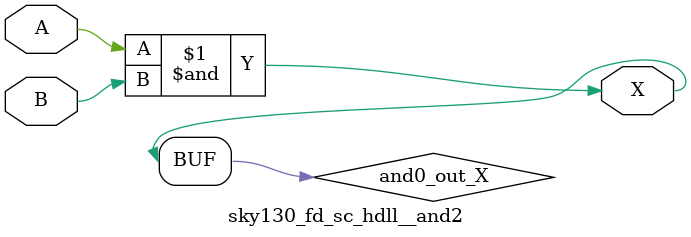
<source format=v>
/*
 * Copyright 2020 The SkyWater PDK Authors
 *
 * Licensed under the Apache License, Version 2.0 (the "License");
 * you may not use this file except in compliance with the License.
 * You may obtain a copy of the License at
 *
 *     https://www.apache.org/licenses/LICENSE-2.0
 *
 * Unless required by applicable law or agreed to in writing, software
 * distributed under the License is distributed on an "AS IS" BASIS,
 * WITHOUT WARRANTIES OR CONDITIONS OF ANY KIND, either express or implied.
 * See the License for the specific language governing permissions and
 * limitations under the License.
 *
 * SPDX-License-Identifier: Apache-2.0
*/


`ifndef SKY130_FD_SC_HDLL__AND2_FUNCTIONAL_V
`define SKY130_FD_SC_HDLL__AND2_FUNCTIONAL_V

/**
 * and2: 2-input AND.
 *
 * Verilog simulation functional model.
 */

`timescale 1ns / 1ps
`default_nettype none

`celldefine
module sky130_fd_sc_hdll__and2 (
    X,
    A,
    B
);

    // Module ports
    output X;
    input  A;
    input  B;

    // Local signals
    wire and0_out_X;

    //  Name  Output      Other arguments
    and and0 (and0_out_X, A, B           );
    buf buf0 (X         , and0_out_X     );

endmodule
`endcelldefine

`default_nettype wire
`endif  // SKY130_FD_SC_HDLL__AND2_FUNCTIONAL_V
</source>
